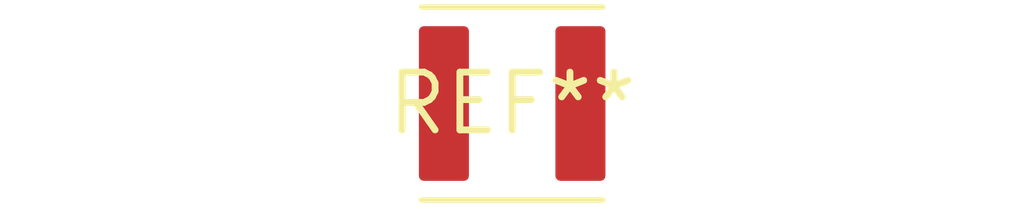
<source format=kicad_pcb>
(kicad_pcb (version 20240108) (generator pcbnew)
  (layers (0 "F.Cu" signal) (31 "B.Cu" signal) (34 "B.Paste" user) (35 "F.Paste" user) (36 "B.SilkS" user "B.Silkscreen") (37 "F.SilkS" user "F.Silkscreen") (38 "B.Mask" user) (39 "F.Mask" user) (44 "Edge.Cuts" user))
  (net 0 "")
  (footprint "L_Abracon_ASPI-4030S" (layer "F.Cu") (at 0 0)
    (property "Reference" "REF**")
    (property "Value" "L_Abracon_ASPI-4030S")
    (fp_line (start -1.99 -2.12) (end 1.99 -2.12) (layer "F.SilkS") (stroke (width 0.12)))
    (fp_line (start -1.99 2.12) (end 1.99 2.12) (layer "F.SilkS") (stroke (width 0.12)))
    (pad "1" smd roundrect (at -1.5 0) (size 1.1 3.4) (layers "F.Cu" "F.Paste" "F.Mask") (roundrect_rratio 0.1))
    (pad "2" smd roundrect (at 1.5 0) (size 1.1 3.4) (layers "F.Cu" "F.Paste" "F.Mask") (roundrect_rratio 0.1))
  )
)
</source>
